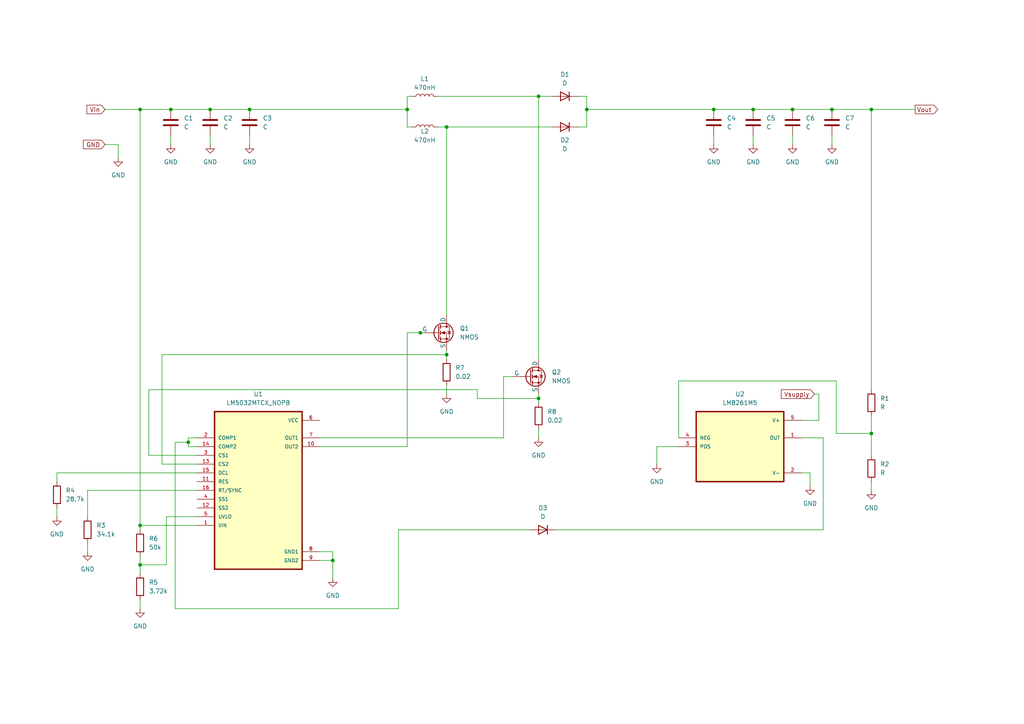
<source format=kicad_sch>
(kicad_sch (version 20230121) (generator eeschema)
  (paper "A4")
  (lib_symbols
    (symbol "Device:C" (pin_numbers hide) (pin_names (offset 0.254))
      (property "Reference" "C" (at 0.635 2.54 0))
      (property "Value" "C" (at 0.635 -2.54 0))
      (symbol "C_0_1"
        (polyline (pts (xy -2.032 -0.762) (xy 2.032 -0.762)) (stroke (width 0.508)))
        (polyline (pts (xy -2.032 0.762) (xy 2.032 0.762)) (stroke (width 0.508)))
      )
      (symbol "C_1_1"
        (pin passive line (at 0 3.81 270) (length 2.794) (name "~") (number "1"))
        (pin passive line (at 0 -3.81 90) (length 2.794) (name "~") (number "2"))
      )
    )
    (symbol "Device:D" (pin_numbers hide) (pin_names (offset 1.016) hide)
      (property "Reference" "D" (at 0 2.54 0))
      (property "Value" "D" (at 0 -2.54 0))
      (symbol "D_0_1"
        (polyline (pts (xy -1.27 1.27) (xy -1.27 -1.27)) (stroke (width 0.254)))
        (polyline (pts (xy 1.27 0) (xy -1.27 0)))
        (polyline (pts (xy 1.27 1.27) (xy 1.27 -1.27) (xy -1.27 0) (xy 1.27 1.27)) (stroke (width 0.254)))
      )
      (symbol "D_1_1"
        (pin passive line (at -3.81 0 0) (length 2.54) (name "K") (number "1"))
        (pin passive line (at 3.81 0 180) (length 2.54) (name "A") (number "2"))
      )
    )
    (symbol "Device:L" (pin_numbers hide) (pin_names (offset 1.016) hide)
      (property "Reference" "L" (at -1.27 0 90))
      (property "Value" "L" (at 1.905 0 90))
      (symbol "L_0_1"
        (arc (start 0 -2.54) (mid 0.6323 -1.905) (end 0 -1.27))
        (arc (start 0 -1.27) (mid 0.6323 -0.635) (end 0 0))
        (arc (start 0 0) (mid 0.6323 0.635) (end 0 1.27))
        (arc (start 0 1.27) (mid 0.6323 1.905) (end 0 2.54))
      )
      (symbol "L_1_1"
        (pin passive line (at 0 3.81 270) (length 1.27) (name "1") (number "1"))
        (pin passive line (at 0 -3.81 90) (length 1.27) (name "2") (number "2"))
      )
    )
    (symbol "Device:R" (pin_numbers hide) (pin_names (offset 0))
      (property "Reference" "R" (at 2.032 0 90))
      (property "Value" "R" (at 0 0 90))
      (symbol "R_0_1"
        (rectangle (start -1.016 -2.54) (end 1.016 2.54) (stroke (width 0.254)))
      )
      (symbol "R_1_1"
        (pin passive line (at 0 3.81 270) (length 1.27) (name "~") (number "1"))
        (pin passive line (at 0 -3.81 90) (length 1.27) (name "~") (number "2"))
      )
    )
    (symbol "LM5032MTCX_NOPB:LM5032MTCX_NOPB" (pin_names (offset 1.016))
      (property "Reference" "U" (at -12.7 23.86 0))
      (property "Value" "LM5032MTCX_NOPB" (at -12.7 -26.86 0))
      (symbol "LM5032MTCX_NOPB_0_0"
        (rectangle (start -12.7 -22.86) (end 12.7 22.86) (stroke (width 0.41)) (fill (type background)))
        (pin input line (at -17.78 -10.16 0) (length 5.08) (name "VIN") (number "1"))
        (pin output line (at 17.78 12.7 180) (length 5.08) (name "OUT2") (number "10"))
        (pin input line (at -17.78 2.54 0) (length 5.08) (name "RES") (number "11"))
        (pin input line (at -17.78 -5.08 0) (length 5.08) (name "SS2") (number "12"))
        (pin input line (at -17.78 7.62 0) (length 5.08) (name "CS2") (number "13"))
        (pin input line (at -17.78 12.7 0) (length 5.08) (name "COMP2") (number "14"))
        (pin input line (at -17.78 5.08 0) (length 5.08) (name "DCL") (number "15"))
        (pin input line (at -17.78 0 0) (length 5.08) (name "RT/SYNC") (number "16"))
        (pin input line (at -17.78 15.24 0) (length 5.08) (name "COMP1") (number "2"))
        (pin input line (at -17.78 10.16 0) (length 5.08) (name "CS1") (number "3"))
        (pin input line (at -17.78 -2.54 0) (length 5.08) (name "SS1") (number "4"))
        (pin input line (at -17.78 -7.62 0) (length 5.08) (name "UVLO") (number "5"))
        (pin power_in line (at 17.78 20.32 180) (length 5.08) (name "VCC") (number "6"))
        (pin output line (at 17.78 15.24 180) (length 5.08) (name "OUT1") (number "7"))
        (pin power_in line (at 17.78 -17.78 180) (length 5.08) (name "GND1") (number "8"))
        (pin power_in line (at 17.78 -20.32 180) (length 5.08) (name "GND2") (number "9"))
      )
    )
    (symbol "LM8261M5:LM8261M5" (pin_names (offset 1.016))
      (property "Reference" "U" (at -12.7 11.16 0))
      (property "Value" "LM8261M5" (at -12.7 -14.16 0))
      (symbol "LM8261M5_0_0"
        (rectangle (start -12.7 -10.16) (end 12.7 10.16) (stroke (width 0.41)) (fill (type background)))
        (pin output line (at 17.78 2.54 180) (length 5.08) (name "OUT") (number "1"))
        (pin power_in line (at 17.78 -7.62 180) (length 5.08) (name "V-") (number "2"))
        (pin input line (at -17.78 0 0) (length 5.08) (name "POS") (number "3"))
        (pin input line (at -17.78 2.54 0) (length 5.08) (name "NEG") (number "4"))
        (pin power_in line (at 17.78 7.62 180) (length 5.08) (name "V+") (number "5"))
      )
    )
    (symbol "Simulation_SPICE:NMOS" (pin_numbers hide) (pin_names (offset 0))
      (property "Reference" "Q" (at 5.08 1.27 0))
      (property "Value" "NMOS" (at 5.08 -1.27 0))
      (symbol "NMOS_0_1"
        (polyline (pts (xy 0.254 0) (xy -2.54 0)))
        (polyline (pts (xy 0.254 1.905) (xy 0.254 -1.905)) (stroke (width 0.254)))
        (polyline (pts (xy 0.762 -1.27) (xy 0.762 -2.286)) (stroke (width 0.254)))
        (polyline (pts (xy 0.762 0.508) (xy 0.762 -0.508)) (stroke (width 0.254)))
        (polyline (pts (xy 0.762 2.286) (xy 0.762 1.27)) (stroke (width 0.254)))
        (polyline (pts (xy 2.54 2.54) (xy 2.54 1.778)))
        (polyline (pts (xy 2.54 -2.54) (xy 2.54 0) (xy 0.762 0)))
        (polyline (pts (xy 0.762 -1.778) (xy 3.302 -1.778) (xy 3.302 1.778) (xy 0.762 1.778)))
        (polyline (pts (xy 1.016 0) (xy 2.032 0.381) (xy 2.032 -0.381) (xy 1.016 0)) (fill (type outline)))
        (polyline (pts (xy 2.794 0.508) (xy 2.921 0.381) (xy 3.683 0.381) (xy 3.81 0.254)))
        (polyline (pts (xy 3.302 0.381) (xy 2.921 -0.254) (xy 3.683 -0.254) (xy 3.302 0.381)))
        (circle (center 1.651 0) (radius 2.794) (stroke (width 0.254)))
        (circle (center 2.54 -1.778) (radius 0.254) (fill (type outline)))
        (circle (center 2.54 1.778) (radius 0.254) (fill (type outline)))
      )
      (symbol "NMOS_1_1"
        (pin passive line (at 2.54 5.08 270) (length 2.54) (name "D") (number "1"))
        (pin input line (at -5.08 0 0) (length 2.54) (name "G") (number "2"))
        (pin passive line (at 2.54 -5.08 90) (length 2.54) (name "S") (number "3"))
      )
    )
    (symbol "power:GND" (power) (pin_names (offset 0))
      (property "Value" "GND" (at 0 -3.81 0))
      (symbol "GND_0_1"
        (polyline (pts (xy 0 0) (xy 0 -1.27) (xy 1.27 -1.27) (xy 0 -2.54) (xy -1.27 -1.27) (xy 0 -1.27)))
      )
      (symbol "GND_1_1"
        (pin power_in line (at 0 0 270) (length 0) hide (name "GND") (number "1"))
      )
    )
  )
  (junction (at 129.54 36.83))
  (junction (at 156.21 115.57))
  (junction (at 40.64 31.75))
  (junction (at 129.54 102.87))
  (junction (at 156.21 27.94))
  (junction (at 207.01 31.75))
  (junction (at 40.64 163.83))
  (junction (at 252.73 31.75))
  (junction (at 229.87 31.75))
  (junction (at 118.11 31.75))
  (junction (at 54.61 128.27))
  (junction (at 40.64 152.4))
  (junction (at 96.52 162.56))
  (junction (at 218.44 31.75))
  (junction (at 49.53 31.75))
  (junction (at 72.39 31.75))
  (junction (at 252.73 125.73))
  (junction (at 121.92 96.52))
  (junction (at 170.18 31.75))
  (junction (at 241.3 31.75))
  (junction (at 60.96 31.75))
  (wire (pts (xy 156.21 27.94) (xy 160.02 27.94)))
  (wire (pts (xy 54.61 128.27) (xy 54.61 127)))
  (wire (pts (xy 232.41 137.16) (xy 234.95 137.16)))
  (wire (pts (xy 232.41 127) (xy 238.76 127)))
  (wire (pts (xy 48.26 149.86) (xy 48.26 163.83)))
  (wire (pts (xy 252.73 31.75) (xy 252.73 113.03)))
  (wire (pts (xy 40.64 31.75) (xy 49.53 31.75)))
  (wire (pts (xy 252.73 120.65) (xy 252.73 125.73)))
  (wire (pts (xy 16.51 147.32) (xy 16.51 149.86)))
  (wire (pts (xy 54.61 129.54) (xy 57.15 129.54)))
  (wire (pts (xy 138.43 115.57) (xy 138.43 113.03)))
  (wire (pts (xy 92.71 160.02) (xy 96.52 160.02)))
  (wire (pts (xy 129.54 102.87) (xy 129.54 104.14)))
  (wire (pts (xy 60.96 39.37) (xy 60.96 41.91)))
  (wire (pts (xy 236.22 114.3) (xy 237.49 114.3)))
  (wire (pts (xy 242.57 110.49) (xy 242.57 125.73)))
  (wire (pts (xy 167.64 36.83) (xy 170.18 36.83)))
  (wire (pts (xy 196.85 110.49) (xy 242.57 110.49)))
  (wire (pts (xy 146.05 109.22) (xy 148.59 109.22)))
  (wire (pts (xy 237.49 121.92) (xy 232.41 121.92)))
  (wire (pts (xy 237.49 114.3) (xy 237.49 121.92)))
  (wire (pts (xy 49.53 39.37) (xy 49.53 41.91)))
  (wire (pts (xy 229.87 39.37) (xy 229.87 41.91)))
  (wire (pts (xy 127 27.94) (xy 156.21 27.94)))
  (wire (pts (xy 60.96 31.75) (xy 72.39 31.75)))
  (wire (pts (xy 72.39 31.75) (xy 118.11 31.75)))
  (wire (pts (xy 92.71 129.54) (xy 118.11 129.54)))
  (wire (pts (xy 119.38 36.83) (xy 118.11 36.83)))
  (wire (pts (xy 115.57 176.53) (xy 50.8 176.53)))
  (wire (pts (xy 46.99 102.87) (xy 129.54 102.87)))
  (wire (pts (xy 50.8 176.53) (xy 50.8 128.27)))
  (wire (pts (xy 72.39 39.37) (xy 72.39 41.91)))
  (wire (pts (xy 40.64 161.29) (xy 40.64 163.83)))
  (wire (pts (xy 218.44 39.37) (xy 218.44 41.91)))
  (wire (pts (xy 129.54 36.83) (xy 129.54 91.44)))
  (wire (pts (xy 129.54 111.76) (xy 129.54 114.3)))
  (wire (pts (xy 96.52 162.56) (xy 96.52 167.64)))
  (wire (pts (xy 156.21 27.94) (xy 156.21 104.14)))
  (wire (pts (xy 229.87 31.75) (xy 241.3 31.75)))
  (wire (pts (xy 170.18 31.75) (xy 170.18 36.83)))
  (wire (pts (xy 115.57 153.67) (xy 115.57 176.53)))
  (wire (pts (xy 25.4 142.24) (xy 25.4 149.86)))
  (wire (pts (xy 156.21 114.3) (xy 156.21 115.57)))
  (wire (pts (xy 40.64 152.4) (xy 40.64 153.67)))
  (wire (pts (xy 43.18 113.03) (xy 43.18 132.08)))
  (wire (pts (xy 46.99 134.62) (xy 46.99 102.87)))
  (wire (pts (xy 241.3 39.37) (xy 241.3 41.91)))
  (wire (pts (xy 207.01 39.37) (xy 207.01 41.91)))
  (wire (pts (xy 25.4 157.48) (xy 25.4 160.02)))
  (wire (pts (xy 218.44 31.75) (xy 229.87 31.75)))
  (wire (pts (xy 234.95 137.16) (xy 234.95 140.97)))
  (wire (pts (xy 252.73 31.75) (xy 265.43 31.75)))
  (wire (pts (xy 146.05 127) (xy 146.05 109.22)))
  (wire (pts (xy 16.51 137.16) (xy 57.15 137.16)))
  (wire (pts (xy 242.57 125.73) (xy 252.73 125.73)))
  (wire (pts (xy 129.54 36.83) (xy 160.02 36.83)))
  (wire (pts (xy 121.92 96.52) (xy 123.19 96.52)))
  (wire (pts (xy 48.26 163.83) (xy 40.64 163.83)))
  (wire (pts (xy 170.18 27.94) (xy 170.18 31.75)))
  (wire (pts (xy 54.61 127) (xy 57.15 127)))
  (wire (pts (xy 50.8 128.27) (xy 54.61 128.27)))
  (wire (pts (xy 40.64 173.99) (xy 40.64 176.53)))
  (wire (pts (xy 118.11 96.52) (xy 121.92 96.52)))
  (wire (pts (xy 119.38 27.94) (xy 118.11 27.94)))
  (wire (pts (xy 238.76 127) (xy 238.76 153.67)))
  (wire (pts (xy 34.29 41.91) (xy 34.29 45.72)))
  (wire (pts (xy 196.85 127) (xy 196.85 110.49)))
  (wire (pts (xy 16.51 137.16) (xy 16.51 139.7)))
  (wire (pts (xy 207.01 31.75) (xy 218.44 31.75)))
  (wire (pts (xy 167.64 27.94) (xy 170.18 27.94)))
  (wire (pts (xy 196.85 129.54) (xy 190.5 129.54)))
  (wire (pts (xy 54.61 128.27) (xy 54.61 129.54)))
  (wire (pts (xy 170.18 31.75) (xy 207.01 31.75)))
  (wire (pts (xy 153.67 153.67) (xy 115.57 153.67)))
  (wire (pts (xy 30.48 41.91) (xy 34.29 41.91)))
  (wire (pts (xy 127 36.83) (xy 129.54 36.83)))
  (wire (pts (xy 252.73 139.7) (xy 252.73 142.24)))
  (wire (pts (xy 238.76 153.67) (xy 161.29 153.67)))
  (wire (pts (xy 30.48 31.75) (xy 40.64 31.75)))
  (wire (pts (xy 129.54 101.6) (xy 129.54 102.87)))
  (wire (pts (xy 118.11 129.54) (xy 118.11 96.52)))
  (wire (pts (xy 57.15 134.62) (xy 46.99 134.62)))
  (wire (pts (xy 190.5 129.54) (xy 190.5 134.62)))
  (wire (pts (xy 92.71 162.56) (xy 96.52 162.56)))
  (wire (pts (xy 96.52 160.02) (xy 96.52 162.56)))
  (wire (pts (xy 40.64 163.83) (xy 40.64 166.37)))
  (wire (pts (xy 49.53 31.75) (xy 60.96 31.75)))
  (wire (pts (xy 43.18 132.08) (xy 57.15 132.08)))
  (wire (pts (xy 252.73 125.73) (xy 252.73 132.08)))
  (wire (pts (xy 48.26 149.86) (xy 57.15 149.86)))
  (wire (pts (xy 40.64 31.75) (xy 40.64 152.4)))
  (wire (pts (xy 156.21 115.57) (xy 138.43 115.57)))
  (wire (pts (xy 118.11 27.94) (xy 118.11 31.75)))
  (wire (pts (xy 156.21 124.46) (xy 156.21 127)))
  (wire (pts (xy 156.21 115.57) (xy 156.21 116.84)))
  (wire (pts (xy 40.64 152.4) (xy 57.15 152.4)))
  (wire (pts (xy 241.3 31.75) (xy 252.73 31.75)))
  (wire (pts (xy 25.4 142.24) (xy 57.15 142.24)))
  (wire (pts (xy 92.71 127) (xy 146.05 127)))
  (wire (pts (xy 118.11 31.75) (xy 118.11 36.83)))
  (wire (pts (xy 138.43 113.03) (xy 43.18 113.03)))
  (global_label "Vsupply" (shape input) (at 236.22 114.3 180) (property "Intersheetrefs" "${INTERSHEET_REFS}" (effects hide)))
  (global_label "Vout" (shape output) (at 265.43 31.75 0) (property "Intersheetrefs" "${INTERSHEET_REFS}" (effects hide)))
  (global_label "Vin" (shape input) (at 30.48 31.75 180) (property "Intersheetrefs" "${INTERSHEET_REFS}" (effects hide)))
  (global_label "GND" (shape input) (at 30.48 41.91 180) (property "Intersheetrefs" "${INTERSHEET_REFS}" (effects hide)))
  (symbol (lib_id "power:GND") (at 234.95 140.97 0) (unit 1)
    (property "Reference" "#PWR014" (effects hide))
    (property "Value" "GND" (at 234.95 146.05 0))
  )
  (symbol (lib_id "Device:C") (at 241.3 35.56 0) (unit 1)
    (property "Reference" "C7" (at 245.11 34.29 0) (effects (justify left)))
    (property "Value" "C" (at 245.11 36.83 0) (effects (justify left)))
  )
  (symbol (lib_id "Device:D") (at 157.48 153.67 180) (unit 1)
    (property "Reference" "D3" (at 157.48 147.32 0))
    (property "Value" "D" (at 157.48 149.86 0))
    (property "Sim.Device" "D" (effects hide))
    (property "Sim.Pins" "1=K 2=A" (effects hide))
  )
  (symbol (lib_id "Device:R") (at 156.21 120.65 0) (unit 1)
    (property "Reference" "R8" (at 158.75 119.38 0) (effects (justify left)))
    (property "Value" "0.02" (at 158.75 121.92 0) (effects (justify left)))
  )
  (symbol (lib_id "power:GND") (at 60.96 41.91 0) (unit 1)
    (property "Reference" "#PWR05" (effects hide))
    (property "Value" "GND" (at 60.96 46.99 0))
  )
  (symbol (lib_id "LM8261M5:LM8261M5") (at 214.63 129.54 0) (unit 1)
    (property "Reference" "U2" (at 214.63 114.3 0))
    (property "Value" "LM8261M5" (at 214.63 116.84 0))
    (property "Footprint" "LM8261M5:SOT95P280X145-5N" (effects hide))
    (property "MF" "Texas Instruments" (effects hide))
    (property "Description" "\nRRIO, High Output Current &amp; Unlimited Cap Load Op Amp in SOT23-5 5-SOT-23 -40 to 85\n" (effects hide))
    (property "Package" "SOT-23-5 Texas Instruments" (effects hide))
    (property "Price" "None" (effects hide))
    (property "SnapEDA_Link" "https://www.snapeda.com/parts/LM8261M5/Texas+Instruments/view-part/?ref=snap" (effects hide))
    (property "MP" "LM8261M5" (effects hide))
    (property "Purchase-URL" "https://www.snapeda.com/api/url_track_click_mouser/?unipart_id=22446&manufacturer=Texas Instruments&part_name=LM8261M5&search_term=lm8261" (effects hide))
    (property "Availability" "In Stock" (effects hide))
    (property "Check_prices" "https://www.snapeda.com/parts/LM8261M5/Texas+Instruments/view-part/?ref=eda" (effects hide))
  )
  (symbol (lib_id "power:GND") (at 252.73 142.24 0) (unit 1)
    (property "Reference" "#PWR03" (effects hide))
    (property "Value" "GND" (at 252.73 147.32 0))
  )
  (symbol (lib_id "Device:R") (at 40.64 157.48 0) (unit 1)
    (property "Reference" "R6" (at 43.18 156.21 0) (effects (justify left)))
    (property "Value" "50k" (at 43.18 158.75 0) (effects (justify left)))
  )
  (symbol (lib_id "power:GND") (at 49.53 41.91 0) (unit 1)
    (property "Reference" "#PWR04" (effects hide))
    (property "Value" "GND" (at 49.53 46.99 0))
  )
  (symbol (lib_id "Device:C") (at 49.53 35.56 0) (unit 1)
    (property "Reference" "C1" (at 53.34 34.29 0) (effects (justify left)))
    (property "Value" "C" (at 53.34 36.83 0) (effects (justify left)))
  )
  (symbol (lib_id "Device:D") (at 163.83 36.83 180) (unit 1)
    (property "Reference" "D2" (at 163.83 40.64 0))
    (property "Value" "D" (at 163.83 43.18 0))
    (property "Sim.Device" "D" (effects hide))
    (property "Sim.Pins" "1=K 2=A" (effects hide))
  )
  (symbol (lib_id "power:GND") (at 241.3 41.91 0) (unit 1)
    (property "Reference" "#PWR010" (effects hide))
    (property "Value" "GND" (at 241.3 46.99 0))
  )
  (symbol (lib_id "power:GND") (at 156.21 127 0) (unit 1)
    (property "Reference" "#PWR02" (effects hide))
    (property "Value" "GND" (at 156.21 132.08 0))
  )
  (symbol (lib_id "LM5032MTCX_NOPB:LM5032MTCX_NOPB") (at 74.93 142.24 0) (unit 1)
    (property "Reference" "U1" (at 74.93 114.3 0))
    (property "Value" "LM5032MTCX_NOPB" (at 74.93 116.84 0))
    (property "Footprint" "LM5032MTCX_NOPB:SOP65P640X120-16N" (effects hide))
    (property "MF" "Texas Instruments" (effects hide))
    (property "Description" "\nHigh voltage dual Interleaved current mode controller\n" (effects hide))
    (property "Package" "TSSOP-16 Texas Instruments" (effects hide))
    (property "Price" "None" (effects hide))
    (property "SnapEDA_Link" "https://www.snapeda.com/parts/LM5032MTCX/NOPB/Texas+Instruments/view-part/?ref=snap" (effects hide))
    (property "MP" "LM5032MTCX/NOPB" (effects hide))
    (property "Purchase-URL" "https://www.snapeda.com/api/url_track_click_mouser/?unipart_id=19833&manufacturer=Texas Instruments&part_name=LM5032MTCX/NOPB&search_term=lm5032mtc" (effects hide))
    (property "Availability" "In Stock" (effects hide))
    (property "Check_prices" "https://www.snapeda.com/parts/LM5032MTCX/NOPB/Texas+Instruments/view-part/?ref=eda" (effects hide))
  )
  (symbol (lib_id "Device:C") (at 229.87 35.56 0) (unit 1)
    (property "Reference" "C6" (at 233.68 34.29 0) (effects (justify left)))
    (property "Value" "C" (at 233.68 36.83 0) (effects (justify left)))
  )
  (symbol (lib_id "Device:C") (at 60.96 35.56 0) (unit 1)
    (property "Reference" "C2" (at 64.77 34.29 0) (effects (justify left)))
    (property "Value" "C" (at 64.77 36.83 0) (effects (justify left)))
  )
  (symbol (lib_id "power:GND") (at 96.52 167.64 0) (unit 1)
    (property "Reference" "#PWR012" (effects hide))
    (property "Value" "GND" (at 96.52 172.72 0))
  )
  (symbol (lib_id "power:GND") (at 207.01 41.91 0) (unit 1)
    (property "Reference" "#PWR07" (effects hide))
    (property "Value" "GND" (at 207.01 46.99 0))
  )
  (symbol (lib_id "Device:C") (at 218.44 35.56 0) (unit 1)
    (property "Reference" "C5" (at 222.25 34.29 0) (effects (justify left)))
    (property "Value" "C" (at 222.25 36.83 0) (effects (justify left)))
  )
  (symbol (lib_id "Device:C") (at 72.39 35.56 0) (unit 1)
    (property "Reference" "C3" (at 76.2 34.29 0) (effects (justify left)))
    (property "Value" "C" (at 76.2 36.83 0) (effects (justify left)))
  )
  (symbol (lib_id "Device:R") (at 129.54 107.95 0) (unit 1)
    (property "Reference" "R7" (at 132.08 106.68 0) (effects (justify left)))
    (property "Value" "0.02" (at 132.08 109.22 0) (effects (justify left)))
  )
  (symbol (lib_id "Simulation_SPICE:NMOS") (at 153.67 109.22 0) (unit 1)
    (property "Reference" "Q2" (at 160.02 107.95 0) (effects (justify left)))
    (property "Value" "NMOS" (at 160.02 110.49 0) (effects (justify left)))
    (property "Datasheet" "https://ngspice.sourceforge.io/docs/ngspice-manual.pdf" (effects hide))
    (property "Sim.Device" "NMOS" (effects hide))
    (property "Sim.Type" "VDMOS" (effects hide))
    (property "Sim.Pins" "1=D 2=G 3=S" (effects hide))
  )
  (symbol (lib_id "Device:D") (at 163.83 27.94 180) (unit 1)
    (property "Reference" "D1" (at 163.83 21.59 0))
    (property "Value" "D" (at 163.83 24.13 0))
    (property "Sim.Device" "D" (effects hide))
    (property "Sim.Pins" "1=K 2=A" (effects hide))
  )
  (symbol (lib_id "power:GND") (at 72.39 41.91 0) (unit 1)
    (property "Reference" "#PWR06" (effects hide))
    (property "Value" "GND" (at 72.39 46.99 0))
  )
  (symbol (lib_id "Device:L") (at 123.19 27.94 90) (unit 1)
    (property "Reference" "L1" (at 123.19 22.86 90))
    (property "Value" "470nH" (at 123.19 25.4 90))
  )
  (symbol (lib_id "Simulation_SPICE:NMOS") (at 127 96.52 0) (unit 1)
    (property "Reference" "Q1" (at 133.35 95.25 0) (effects (justify left)))
    (property "Value" "NMOS" (at 133.35 97.79 0) (effects (justify left)))
    (property "Datasheet" "https://ngspice.sourceforge.io/docs/ngspice-manual.pdf" (effects hide))
    (property "Sim.Device" "NMOS" (effects hide))
    (property "Sim.Type" "VDMOS" (effects hide))
    (property "Sim.Pins" "1=D 2=G 3=S" (effects hide))
  )
  (symbol (lib_id "power:GND") (at 16.51 149.86 0) (unit 1)
    (property "Reference" "#PWR017" (effects hide))
    (property "Value" "GND" (at 16.51 154.94 0))
  )
  (symbol (lib_id "power:GND") (at 229.87 41.91 0) (unit 1)
    (property "Reference" "#PWR09" (effects hide))
    (property "Value" "GND" (at 229.87 46.99 0))
  )
  (symbol (lib_id "power:GND") (at 34.29 45.72 0) (unit 1)
    (property "Reference" "#PWR011" (effects hide))
    (property "Value" "GND" (at 34.29 50.8 0))
  )
  (symbol (lib_id "power:GND") (at 25.4 160.02 0) (unit 1)
    (property "Reference" "#PWR015" (effects hide))
    (property "Value" "GND" (at 25.4 165.1 0))
  )
  (symbol (lib_id "Device:R") (at 25.4 153.67 0) (unit 1)
    (property "Reference" "R3" (at 27.94 152.4 0) (effects (justify left)))
    (property "Value" "34.1k" (at 27.94 154.94 0) (effects (justify left)))
  )
  (symbol (lib_id "Device:R") (at 16.51 143.51 0) (unit 1)
    (property "Reference" "R4" (at 19.05 142.24 0) (effects (justify left)))
    (property "Value" "28.7k" (at 19.05 144.78 0) (effects (justify left)))
  )
  (symbol (lib_id "power:GND") (at 218.44 41.91 0) (unit 1)
    (property "Reference" "#PWR08" (effects hide))
    (property "Value" "GND" (at 218.44 46.99 0))
  )
  (symbol (lib_id "power:GND") (at 190.5 134.62 0) (unit 1)
    (property "Reference" "#PWR013" (effects hide))
    (property "Value" "GND" (at 190.5 139.7 0))
  )
  (symbol (lib_id "Device:R") (at 252.73 116.84 0) (unit 1)
    (property "Reference" "R1" (at 255.27 115.57 0) (effects (justify left)))
    (property "Value" "R" (at 255.27 118.11 0) (effects (justify left)))
  )
  (symbol (lib_id "Device:R") (at 40.64 170.18 0) (unit 1)
    (property "Reference" "R5" (at 43.18 168.91 0) (effects (justify left)))
    (property "Value" "3.72k" (at 43.18 171.45 0) (effects (justify left)))
  )
  (symbol (lib_id "power:GND") (at 129.54 114.3 0) (unit 1)
    (property "Reference" "#PWR01" (effects hide))
    (property "Value" "GND" (at 129.54 119.38 0))
  )
  (symbol (lib_id "Device:L") (at 123.19 36.83 90) (unit 1)
    (property "Reference" "L2" (at 123.19 38.1 90))
    (property "Value" "470nH" (at 123.19 40.64 90))
  )
  (symbol (lib_id "power:GND") (at 40.64 176.53 0) (unit 1)
    (property "Reference" "#PWR016" (effects hide))
    (property "Value" "GND" (at 40.64 181.61 0))
  )
  (symbol (lib_id "Device:R") (at 252.73 135.89 0) (unit 1)
    (property "Reference" "R2" (at 255.27 134.62 0) (effects (justify left)))
    (property "Value" "R" (at 255.27 137.16 0) (effects (justify left)))
  )
  (symbol (lib_id "Device:C") (at 207.01 35.56 0) (unit 1)
    (property "Reference" "C4" (at 210.82 34.29 0) (effects (justify left)))
    (property "Value" "C" (at 210.82 36.83 0) (effects (justify left)))
  )
)
</source>
